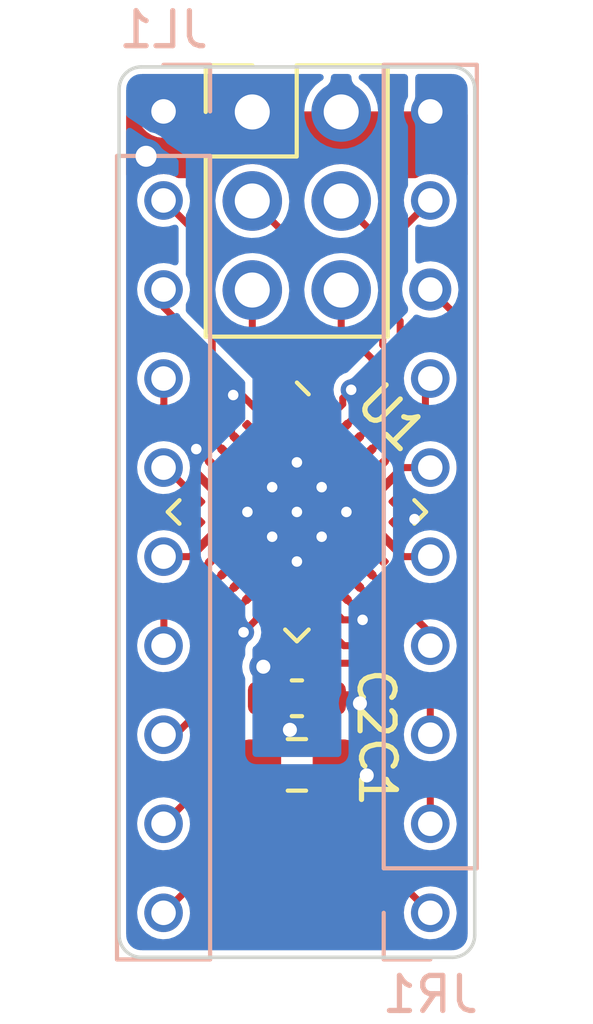
<source format=kicad_pcb>
(kicad_pcb (version 20211014) (generator pcbnew)
  (layers (0 "F.Cu" signal) (31 "B.Cu" signal) (34 "B.Paste" user) (35 "F.Paste" user) (36 "B.SilkS" user "B.Silkscreen") (37 "F.SilkS" user "F.Silkscreen") (38 "B.Mask" user) (39 "F.Mask" user) (44 "Edge.Cuts" user))
  (net 0 "")
  (net 1 "GND")
  (net 2 "VCC")
  (net 3 "/PIN25")
  (net 4 "/PIN8")
  (net 5 "/PIN9")
  (net 6 "/PIN23")
  (net 7 "/PIN26")
  (net 8 "/PIN10")
  (net 9 "/PIN11")
  (net 10 "/PIN12")
  (net 11 "/PIN13")
  (net 12 "/PIN14")
  (net 13 "/PIN16")
  (net 14 "/PIN17")
  (net 15 "/PIN20")
  (net 16 "/PIN21")
  (net 17 "/PIN27")
  (net 18 "/PIN28")
  (net 19 "/TDO")
  (net 20 "/TMS")
  (net 21 "/TDI")
  (net 22 "/TCK")
  (net 23 "/PIN4")
  (net 24 "/PIN5")
  (footprint "Package_DFN_QFN:QFN-32-1EP_5x5mm_P0.5mm_EP3.1x3.1mm_ThermalVias" (layer "F.Cu") (at 127 72.385 -45)
    (fp_text reference "U1" (at 0 -3.82 -45 unlocked) (layer "F.SilkS"))
    (fp_text value "MachXO2-1200" hide)
    (fp_line (start 2.61 2.61) (end 2.61 2.135) (layer "F.SilkS") (width 0.12))
    (fp_line (start -2.135 -2.61) (end -2.61 -2.61) (layer "F.SilkS") (width 0.12))
    (fp_line (start -2.135 2.61) (end -2.61 2.61) (layer "F.SilkS") (width 0.12))
    (fp_line (start 2.61 -2.61) (end 2.61 -2.135) (layer "F.SilkS") (width 0.12))
    (fp_line (start 2.135 2.61) (end 2.61 2.61) (layer "F.SilkS") (width 0.12))
    (fp_line (start -2.61 2.61) (end -2.61 2.135) (layer "F.SilkS") (width 0.12))
    (fp_line (start 2.135 -2.61) (end 2.61 -2.61) (layer "F.SilkS") (width 0.12))
    (pad "1" smd roundrect (at -2.4375 -1.75 315) (size 0.875 0.25) (layers "F.Cu" "F.Paste" "F.Mask") (net 19 "/TDO"))
    (pad "2" smd roundrect (at -2.4375 -1.25 315) (size 0.875 0.25) (layers "F.Cu" "F.Paste" "F.Mask") (net 2 "VCC"))
    (pad "3" smd roundrect (at -2.4375 -0.75 315) (size 0.875 0.25) (layers "F.Cu" "F.Paste" "F.Mask") (net 1 "GND"))
    (pad "4" smd roundrect (at -2.4375 -0.25 315) (size 0.875 0.25) (layers "F.Cu" "F.Paste" "F.Mask") (net 23 "/PIN4"))
    (pad "5" smd roundrect (at -2.4375 0.25 315) (size 0.875 0.25) (layers "F.Cu" "F.Paste" "F.Mask") (net 24 "/PIN5"))
    (pad "6" smd roundrect (at -2.4375 0.75 315) (size 0.875 0.25) (layers "F.Cu" "F.Paste" "F.Mask") (net 2 "VCC"))
    (pad "7" smd roundrect (at -2.4375 1.25 315) (size 0.875 0.25) (layers "F.Cu" "F.Paste" "F.Mask") (net 2 "VCC"))
    (pad "8" smd roundrect (at -2.4375 1.75 315) (size 0.8 0.25) (layers "F.Cu" "F.Paste" "F.Mask") (net 4 "/PIN8"))
    (pad "9" smd roundrect (at -1.75 2.4375 315) (size 0.25 0.8) (layers "F.Cu" "F.Paste" "F.Mask") (net 5 "/PIN9"))
    (pad "10" smd roundrect (at -1.25 2.4375 315) (size 0.25 0.875) (layers "F.Cu" "F.Paste" "F.Mask") (net 8 "/PIN10"))
    (pad "11" smd roundrect (at -0.75 2.4375 315) (size 0.25 0.875) (layers "F.Cu" "F.Paste" "F.Mask") (net 9 "/PIN11"))
    (pad "12" smd roundrect (at -0.25 2.4375 315) (size 0.25 0.875) (layers "F.Cu" "F.Paste" "F.Mask") (net 10 "/PIN12"))
    (pad "13" smd roundrect (at 0.25 2.4375 315) (size 0.25 0.875) (layers "F.Cu" "F.Paste" "F.Mask") (net 11 "/PIN13"))
    (pad "14" smd roundrect (at 0.75 2.4375 315) (size 0.25 0.875) (layers "F.Cu" "F.Paste" "F.Mask") (net 12 "/PIN14"))
    (pad "15" smd roundrect (at 1.25 2.4375 315) (size 0.25 0.875) (layers "F.Cu" "F.Paste" "F.Mask") (net 2 "VCC"))
    (pad "16" smd roundrect (at 1.75 2.4375 315) (size 0.25 0.875) (layers "F.Cu" "F.Paste" "F.Mask") (net 13 "/PIN16"))
    (pad "17" smd roundrect (at 2.4375 1.75 315) (size 0.875 0.25) (layers "F.Cu" "F.Paste" "F.Mask") (net 14 "/PIN17"))
    (pad "18" smd roundrect (at 2.4375 1.25 315) (size 0.875 0.25) (layers "F.Cu" "F.Paste" "F.Mask") (net 2 "VCC"))
    (pad "19" smd roundrect (at 2.4375 0.75 315) (size 0.875 0.25) (layers "F.Cu" "F.Paste" "F.Mask") (net 2 "VCC"))
    (pad "20" smd roundrect (at 2.4375 0.25 315) (size 0.875 0.25) (layers "F.Cu" "F.Paste" "F.Mask") (net 15 "/PIN20"))
    (pad "21" smd roundrect (at 2.4375 -0.25 315) (size 0.875 0.25) (layers "F.Cu" "F.Paste" "F.Mask") (net 16 "/PIN21"))
    (pad "22" smd roundrect (at 2.4375 -0.75 315) (size 0.875 0.25) (layers "F.Cu" "F.Paste" "F.Mask") (net 1 "GND"))
    (pad "23" smd roundrect (at 2.4375 -1.25 315) (size 0.875 0.25) (layers "F.Cu" "F.Paste" "F.Mask") (net 6 "/PIN23"))
    (pad "24" smd roundrect (at 2.4375 -1.75 315) (size 0.8 0.25) (layers "F.Cu" "F.Paste" "F.Mask") (net 2 "VCC"))
    (pad "25" smd roundrect (at 1.75 -2.4375 315) (size 0.25 0.8) (layers "F.Cu" "F.Paste" "F.Mask") (net 3 "/PIN25"))
    (pad "26" smd roundrect (at 1.25 -2.4375 315) (size 0.25 0.875) (layers "F.Cu" "F.Paste" "F.Mask") (net 7 "/PIN26"))
    (pad "27" smd roundrect (at 0.75 -2.4375 315) (size 0.25 0.875) (layers "F.Cu" "F.Paste" "F.Mask") (net 17 "/PIN27"))
    (pad "28" smd roundrect (at 0.25 -2.4375 315) (size 0.25 0.875) (layers "F.Cu" "F.Paste" "F.Mask") (net 18 "/PIN28"))
    (pad "29" smd roundrect (at -0.25 -2.4375 315) (size 0.25 0.875) (layers "F.Cu" "F.Paste" "F.Mask") (net 20 "/TMS"))
    (pad "30" smd roundrect (at -0.75 -2.4375 315) (size 0.25 0.875) (layers "F.Cu" "F.Paste" "F.Mask") (net 22 "/TCK"))
    (pad "31" smd roundrect (at -1.25 -2.4375 315) (size 0.25 0.875) (layers "F.Cu" "F.Paste" "F.Mask") (net 2 "VCC"))
    (pad "32" smd roundrect (at -1.75 -2.4375 315) (size 0.25 0.875) (layers "F.Cu" "F.Paste" "F.Mask") (net 21 "/TDI"))
    (pad "33" thru_hole circle (at -1 -1 315) (size 0.6 0.6) (drill 0.3) (layers *.Cu) (net 1 "GND"))
    (pad "33" thru_hole circle (at 1 -1 315) (size 0.6 0.6) (drill 0.3) (layers *.Cu) (net 1 "GND"))
    (pad "33" smd rect (at 0 0 315) (size 2.5 2.5) (layers "B.Cu") (net 1 "GND"))
    (pad "33" thru_hole circle (at 0 0 315) (size 0.6 0.6) (drill 0.3) (layers *.Cu) (net 1 "GND"))
    (pad "33" thru_hole circle (at -1 1 315) (size 0.6 0.6) (drill 0.3) (layers *.Cu) (net 1 "GND"))
    (pad "33" thru_hole circle (at 1 1 315) (size 0.6 0.6) (drill 0.3) (layers *.Cu) (net 1 "GND"))
    (pad "33" thru_hole circle (at -1 0 315) (size 0.6 0.6) (drill 0.3) (layers *.Cu) (net 1 "GND"))
    (pad "33" smd rect (at 0 0 315) (size 3.1 3.1) (layers "F.Cu" "F.Mask") (net 1 "GND"))
    (pad "33" thru_hole circle (at 0 -1 315) (size 0.6 0.6) (drill 0.3) (layers *.Cu) (net 1 "GND"))
    (pad "33" thru_hole circle (at 1 0 315) (size 0.6 0.6) (drill 0.3) (layers *.Cu) (net 1 "GND"))
    (pad "33" thru_hole circle (at 0 1 315) (size 0.6 0.6) (drill 0.3) (layers *.Cu) (net 1 "GND"))
  )
  (footprint "Capacitor_SMD:C_0805_2012Metric_Pad1.18x1.45mm_HandSolder" (layer "F.Cu") (at 127 79.6 180)
    (fp_text reference "C1" (at -2.3 -0.2 270 unlocked) (layer "F.SilkS"))
    (fp_text value "10uF")
    (fp_line (start -0.261252 -0.735) (end 0.261252 -0.735) (layer "F.SilkS") (width 0.12))
    (fp_line (start -0.261252 0.735) (end 0.261252 0.735) (layer "F.SilkS") (width 0.12))
    (pad "1" smd roundrect (at -1.0375 0 180) (size 1.175 1.45) (layers "F.Cu" "F.Paste" "F.Mask") (roundrect_rratio 0.212766) (net 2 "VCC"))
    (pad "2" smd roundrect (at 1.0375 0 180) (size 1.175 1.45) (layers "F.Cu" "F.Paste" "F.Mask") (roundrect_rratio 0.212766) (net 1 "GND"))
  )
  (footprint "Capacitor_SMD:C_0603_1608Metric_Pad1.08x0.95mm_HandSolder" (layer "F.Cu") (at 127 77.7 180)
    (fp_text reference "C2" (at -2.26 -0.14 270 unlocked) (layer "F.SilkS"))
    (fp_text value "100nF")
    (fp_line (start -0.146267 0.51) (end 0.146267 0.51) (layer "F.SilkS") (width 0.12))
    (fp_line (start -0.146267 -0.51) (end 0.146267 -0.51) (layer "F.SilkS") (width 0.12))
    (pad "1" smd roundrect (at -0.8625 0 180) (size 1.075 0.95) (layers "F.Cu" "F.Paste" "F.Mask") (net 2 "VCC"))
    (pad "2" smd roundrect (at 0.8625 0 180) (size 1.075 0.95) (layers "F.Cu" "F.Paste" "F.Mask") (net 1 "GND"))
  )
  (footprint "Connector_PinHeader_2.54mm:PinHeader_2x03_P2.54mm_Vertical" (layer "F.Cu") (at 125.725 60.975)
    (fp_text reference "J2" hide)
    (fp_text value "Conn_02x03_Odd_Even" hide)
    (fp_line (start 3.87 -1.33) (end 3.87 6.41) (layer "F.SilkS") (width 0.12))
    (fp_line (start 1.27 1.27) (end 1.27 -1.33) (layer "F.SilkS") (width 0.12))
    (fp_line (start -1.33 1.27) (end 1.27 1.27) (layer "F.SilkS") (width 0.12))
    (fp_line (start -1.33 0) (end -1.33 -1.33) (layer "F.SilkS") (width 0.12))
    (fp_line (start -1.33 1.27) (end -1.33 6.41) (layer "F.SilkS") (width 0.12))
    (fp_line (start 1.27 -1.33) (end 3.87 -1.33) (layer "F.SilkS") (width 0.12))
    (fp_line (start -1.33 -1.33) (end 0 -1.33) (layer "F.SilkS") (width 0.12))
    (fp_line (start -1.33 6.41) (end 3.87 6.41) (layer "F.SilkS") (width 0.12))
    (pad "1" thru_hole circle (at 0 0) (size 1.7 1.7) (drill 1) (layers *.Cu *.Mask) (net 1 "GND"))
    (pad "2" thru_hole oval (at 2.54 0) (size 1.7 1.7) (drill 1) (layers *.Cu *.Mask) (net 2 "VCC"))
    (pad "3" thru_hole oval (at 0 2.54) (size 1.7 1.7) (drill 1) (layers *.Cu *.Mask) (net 21 "/TDI"))
    (pad "4" thru_hole oval (at 2.54 2.54) (size 1.7 1.7) (drill 1) (layers *.Cu *.Mask) (net 20 "/TMS"))
    (pad "5" thru_hole oval (at 0 5.08) (size 1.7 1.7) (drill 1) (layers *.Cu *.Mask) (net 19 "/TDO"))
    (pad "6" thru_hole oval (at 2.54 5.08) (size 1.7 1.7) (drill 1) (layers *.Cu *.Mask) (net 22 "/TCK"))
  )
  (footprint "Connector_PinHeader_2.54mm:PinHeader_1x10_P2.54mm_Vertical" (layer "B.Cu") (at 123.19 60.96 180)
    (fp_text reference "JL1" (at 0 2.33) (layer "B.SilkS") (effects (justify mirror)))
    (fp_text value "Conn_01x10")
    (fp_line (start -1.33 -1.27) (end -1.33 -24.19) (layer "B.SilkS") (width 0.12))
    (fp_line (start -1.33 -1.27) (end 1.33 -1.27) (layer "B.SilkS") (width 0.12))
    (fp_line (start 1.33 -1.27) (end 1.33 -24.19) (layer "B.SilkS") (width 0.12))
    (fp_line (start -1.33 -24.19) (end 1.33 -24.19) (layer "B.SilkS") (width 0.12))
    (fp_line (start -1.33 0) (end -1.33 1.33) (layer "B.SilkS") (width 0.12))
    (fp_line (start -1.33 1.33) (end 0 1.33) (layer "B.SilkS") (width 0.12))
    (pad "1" thru_hole circle (at 0 0 180) (size 1.1 1.1) (drill 0.7) (layers *.Cu *.Mask) (net 1 "GND"))
    (pad "2" thru_hole circle (at 0 -2.54 180) (size 1.1 1.1) (drill 0.7) (layers *.Cu *.Mask) (net 23 "/PIN4"))
    (pad "3" thru_hole circle (at 0 -5.08 180) (size 1.1 1.1) (drill 0.7) (layers *.Cu *.Mask) (net 24 "/PIN5"))
    (pad "4" thru_hole circle (at 0 -7.62 180) (size 1.1 1.1) (drill 0.7) (layers *.Cu *.Mask) (net 5 "/PIN9"))
    (pad "5" thru_hole circle (at 0 -10.16 180) (size 1.1 1.1) (drill 0.7) (layers *.Cu *.Mask) (net 4 "/PIN8"))
    (pad "6" thru_hole circle (at 0 -12.7 180) (size 1.1 1.1) (drill 0.7) (layers *.Cu *.Mask) (net 8 "/PIN10"))
    (pad "7" thru_hole circle (at 0 -15.24 180) (size 1.1 1.1) (drill 0.7) (layers *.Cu *.Mask) (net 9 "/PIN11"))
    (pad "8" thru_hole circle (at 0 -17.78 180) (size 1.1 1.1) (drill 0.7) (layers *.Cu *.Mask) (net 10 "/PIN12"))
    (pad "9" thru_hole circle (at 0 -20.32 180) (size 1.1 1.1) (drill 0.7) (layers *.Cu *.Mask) (net 11 "/PIN13"))
    (pad "10" thru_hole circle (at 0 -22.86 180) (size 1.1 1.1) (drill 0.7) (layers *.Cu *.Mask) (net 12 "/PIN14"))
  )
  (footprint "Connector_PinHeader_2.54mm:PinHeader_1x10_P2.54mm_Vertical" (layer "B.Cu") (at 130.81 83.82)
    (fp_text reference "JR1" (at 0 2.33) (layer "B.SilkS") (effects (justify mirror)))
    (fp_text value "Conn_01x10")
    (fp_line (start 1.33 -1.27) (end 1.33 -24.19) (layer "B.SilkS") (width 0.12))
    (fp_line (start -1.33 -24.19) (end 1.33 -24.19) (layer "B.SilkS") (width 0.12))
    (fp_line (start -1.33 0) (end -1.33 1.33) (layer "B.SilkS") (width 0.12))
    (fp_line (start -1.33 1.33) (end 0 1.33) (layer "B.SilkS") (width 0.12))
    (fp_line (start -1.33 -1.27) (end 1.33 -1.27) (layer "B.SilkS") (width 0.12))
    (fp_line (start -1.33 -1.27) (end -1.33 -24.19) (layer "B.SilkS") (width 0.12))
    (pad "1" thru_hole circle (at 0 0) (size 1.1 1.1) (drill 0.7) (layers *.Cu *.Mask) (net 13 "/PIN16"))
    (pad "2" thru_hole circle (at 0 -2.54) (size 1.1 1.1) (drill 0.7) (layers *.Cu *.Mask) (net 14 "/PIN17"))
    (pad "3" thru_hole circle (at 0 -5.08) (size 1.1 1.1) (drill 0.7) (layers *.Cu *.Mask) (net 15 "/PIN20"))
    (pad "4" thru_hole circle (at 0 -7.62) (size 1.1 1.1) (drill 0.7) (layers *.Cu *.Mask) (net 16 "/PIN21"))
    (pad "5" thru_hole circle (at 0 -10.16) (size 1.1 1.1) (drill 0.7) (layers *.Cu *.Mask) (net 6 "/PIN23"))
    (pad "6" thru_hole circle (at 0 -12.7) (size 1.1 1.1) (drill 0.7) (layers *.Cu *.Mask) (net 7 "/PIN26"))
    (pad "7" thru_hole circle (at 0 -15.24) (size 1.1 1.1) (drill 0.7) (layers *.Cu *.Mask) (net 17 "/PIN27"))
    (pad "8" thru_hole circle (at 0 -17.78) (size 1.2 1.2) (drill 0.7) (layers *.Cu *.Mask) (net 3 "/PIN25"))
    (pad "9" thru_hole circle (at 0 -20.32) (size 1.1 1.1) (drill 0.7) (layers *.Cu *.Mask) (net 18 "/PIN28"))
    (pad "10" thru_hole circle (at 0 -22.86) (size 1.1 1.1) (drill 0.7) (layers *.Cu *.Mask) (net 2 "VCC"))
  )
  (gr_line (start 121.92 84.455) (end 121.92 60.325) (layer "Edge.Cuts") (width 0.1))
  (gr_arc (start 131.445 59.69) (mid 131.894013 59.875987) (end 132.08 60.325) (layer "Edge.Cuts") (width 0.1))
  (gr_line (start 122.555 59.69) (end 131.445 59.69) (layer "Edge.Cuts") (width 0.1))
  (gr_line (start 131.445 85.09) (end 122.555 85.09) (layer "Edge.Cuts") (width 0.1))
  (gr_line (start 132.08 60.325) (end 132.08 84.455) (layer "Edge.Cuts") (width 0.1))
  (gr_arc (start 121.92 60.325) (mid 122.105987 59.875987) (end 122.555 59.69) (layer "Edge.Cuts") (width 0.1))
  (gr_arc (start 122.555 85.09) (mid 122.105987 84.904013) (end 121.92 84.455) (layer "Edge.Cuts") (width 0.1))
  (gr_arc (start 132.08 84.455) (mid 131.894013 84.904013) (end 131.445 85.09) (layer "Edge.Cuts") (width 0.1))
  (segment (start 125.9625 79.4375) (end 126.8 78.6) (width 0.4) (layer "F.Cu") (net 1))
  (segment (start 125.9625 79.6) (end 125.9625 79.4375) (width 0.4) (layer "F.Cu") (net 1))
  (segment (start 126.646446 70.970786) (end 127 70.970786) (width 0.2) (layer "F.Cu") (net 1))
  (segment (start 126.1375 76.897) (end 126.0405 76.8) (width 0.2) (layer "F.Cu") (net 1))
  (segment (start 126.1375 77.7) (end 126.1375 76.897) (width 0.2) (layer "F.Cu") (net 1))
  (segment (start 128.414214 72.385) (end 128.414214 72.738554) (width 0.2) (layer "F.Cu") (net 1))
  (segment (start 128.414214 72.738554) (end 129.253903 73.578243) (width 0.2) (layer "F.Cu") (net 1))
  (segment (start 125.806757 70.131097) (end 126.646446 70.970786) (width 0.2) (layer "F.Cu") (net 1))
  (via (at 126.0405 76.8) (size 0.8) (drill 0.4) (layers "F.Cu" "B.Cu") (net 1))
  (via (at 126.8 78.6) (size 0.8) (drill 0.4) (layers "F.Cu" "B.Cu") (net 1))
  (segment (start 128.876813 75.326813) (end 128.193243 74.643243) (width 0.2) (layer "F.Cu") (net 2))
  (segment (start 128.5505 68.901089) (end 128.31 69.141589) (width 0.2) (layer "F.Cu") (net 2))
  (segment (start 124.12462 70.591654) (end 124.12462 71.277387) (width 0.2) (layer "F.Cu") (net 2))
  (segment (start 128.876813 75.463188) (end 128.310421 75.463188) (width 0.2) (layer "F.Cu") (net 2))
  (segment (start 127.842456 69.777544) (end 127.839689 69.777544) (width 0.2) (layer "F.Cu") (net 2))
  (segment (start 125.432767 69.05) (end 126.160311 69.777544) (width 0.2) (layer "F.Cu") (net 2))
  (segment (start 124.145994 70.591654) (end 124.746097 71.191757) (width 0.2) (layer "F.Cu") (net 2))
  (segment (start 130.36 72.5895) (end 130.078364 72.871136) (width 0.2) (layer "F.Cu") (net 2))
  (segment (start 127.8625 77.7) (end 128.655878 77.7) (width 0.4) (layer "F.Cu") (net 2))
  (segment (start 126.157544 74.992456) (end 126.160311 74.992456) (width 0.2) (layer "F.Cu") (net 2))
  (segment (start 130.078364 72.871136) (end 129.96101 72.871136) (width 0.2) (layer "F.Cu") (net 2))
  (segment (start 128.31 69.31) (end 127.842456 69.777544) (width 0.2) (layer "F.Cu") (net 2))
  (segment (start 128.876813 75.463188) (end 128.876813 75.326813) (width 0.2) (layer "F.Cu") (net 2))
  (segment (start 128.31 69.141589) (end 128.31 69.31) (width 0.2) (layer "F.Cu") (net 2))
  (segment (start 128.655878 77.7) (end 128.8005 77.844622) (width 0.4) (layer "F.Cu") (net 2))
  (segment (start 128.310421 75.463188) (end 127.839689 74.992456) (width 0.2) (layer "F.Cu") (net 2))
  (segment (start 124.12462 71.277387) (end 124.392544 71.545311) (width 0.2) (layer "F.Cu") (net 2))
  (segment (start 124.12462 70.591654) (end 124.145994 70.591654) (width 0.2) (layer "F.Cu") (net 2))
  (segment (start 125.842006 75.307994) (end 126.157544 74.992456) (width 0.2) (layer "F.Cu") (net 2))
  (segment (start 125.842006 75.451476) (end 125.842006 75.307994) (width 0.2) (layer "F.Cu") (net 2))
  (segment (start 125.18 69.05) (end 125.432767 69.05) (width 0.2) (layer "F.Cu") (net 2))
  (segment (start 128.0375 79.6) (end 128.6955 79.6) (width 0.4) (layer "F.Cu") (net 2))
  (segment (start 128.6955 79.6) (end 128.9955 79.9) (width 0.4) (layer "F.Cu") (net 2))
  (segment (start 125.476741 75.816741) (end 125.842006 75.451476) (width 0.2) (layer "F.Cu") (net 2))
  (segment (start 128.193243 74.643243) (end 128.193243 74.638903) (width 0.2) (layer "F.Cu") (net 2))
  (via (at 128.9955 79.9) (size 0.8) (drill 0.4) (layers "F.Cu" "B.Cu") (net 2))
  (via (at 125.18 69.05) (size 0.6) (drill 0.3) (layers "F.Cu" "B.Cu") (net 2))
  (via (at 122.69 62.24) (size 1) (drill 0.6) (layers "F.Cu" "B.Cu") (net 2))
  (via (at 125.476741 75.816741) (size 0.6) (drill 0.3) (layers "F.Cu" "B.Cu") (net 2))
  (via (at 124.12462 70.591654) (size 0.6) (drill 0.3) (layers "F.Cu" "B.Cu") (net 2))
  (via (at 128.8005 77.844622) (size 0.8) (drill 0.4) (layers "F.Cu" "B.Cu") (net 2))
  (via (at 130.36 72.5895) (size 0.6) (drill 0.3) (layers "F.Cu" "B.Cu") (net 2))
  (via (at 128.876813 75.463188) (size 0.6) (drill 0.3) (layers "F.Cu" "B.Cu") (net 2))
  (via (at 128.5505 68.901089) (size 0.6) (drill 0.3) (layers "F.Cu" "B.Cu") (net 2))
  (segment (start 131.66 71.57) (end 131.66 66.89) (width 0.2) (layer "F.Cu") (net 3))
  (segment (start 130.052146 71.99) (end 131.24 71.99) (width 0.2) (layer "F.Cu") (net 3))
  (segment (start 131.24 71.99) (end 131.66 71.57) (width 0.2) (layer "F.Cu") (net 3))
  (segment (start 131.66 66.89) (end 130.81 66.04) (width 0.2) (layer "F.Cu") (net 3))
  (segment (start 129.96101 71.898864) (end 130.052146 71.99) (width 0.2) (layer "F.Cu") (net 3))
  (segment (start 123.19 71.12) (end 123.260126 71.12) (width 0.2) (layer "F.Cu") (net 4))
  (segment (start 123.260126 71.12) (end 124.03899 71.898864) (width 0.2) (layer "F.Cu") (net 4))
  (segment (start 122.87 72.24) (end 123.407854 72.24) (width 0.2) (layer "F.Cu") (net 5))
  (segment (start 123.2 69.34) (end 122.31 70.23) (width 0.2) (layer "F.Cu") (net 5))
  (segment (start 123.407854 72.24) (end 124.03899 72.871136) (width 0.2) (layer "F.Cu") (net 5))
  (segment (start 123.2 68.58) (end 123.2 69.34) (width 0.2) (layer "F.Cu") (net 5))
  (segment (start 122.31 70.23) (end 122.31 71.68) (width 0.2) (layer "F.Cu") (net 5))
  (segment (start 122.31 71.68) (end 122.87 72.24) (width 0.2) (layer "F.Cu") (net 5))
  (segment (start 130.82 73.66) (end 130.042767 73.66) (width 0.2) (layer "F.Cu") (net 6))
  (segment (start 130.042767 73.66) (end 129.607456 73.224689) (width 0.2) (layer "F.Cu") (net 6))
  (segment (start 130.032767 71.12) (end 129.607456 71.545311) (width 0.2) (layer "F.Cu") (net 7))
  (segment (start 130.81 71.12) (end 130.032767 71.12) (width 0.2) (layer "F.Cu") (net 7))
  (segment (start 123.957233 73.66) (end 124.392544 73.224689) (width 0.2) (layer "F.Cu") (net 8))
  (segment (start 123.2 73.66) (end 123.957233 73.66) (width 0.2) (layer "F.Cu") (net 8))
  (segment (start 123.2 75.12434) (end 124.746097 73.578243) (width 0.2) (layer "F.Cu") (net 9))
  (segment (start 123.2 76.2) (end 123.2 75.12434) (width 0.2) (layer "F.Cu") (net 9))
  (segment (start 123.53 78.74) (end 124.06 78.21) (width 0.2) (layer "F.Cu") (net 10))
  (segment (start 124.06 78.21) (end 124.06 74.971447) (width 0.2) (layer "F.Cu") (net 10))
  (segment (start 124.06 74.971447) (end 125.099651 73.931796) (width 0.2) (layer "F.Cu") (net 10))
  (segment (start 123.2 78.74) (end 123.53 78.74) (width 0.2) (layer "F.Cu") (net 10))
  (segment (start 124.46 75.278553) (end 125.453204 74.285349) (width 0.2) (layer "F.Cu") (net 11))
  (segment (start 123.2 81.28) (end 124.46 80.02) (width 0.2) (layer "F.Cu") (net 11))
  (segment (start 124.46 80.02) (end 124.46 75.278553) (width 0.2) (layer "F.Cu") (net 11))
  (segment (start 124.86 75.58566) (end 125.806757 74.638903) (width 0.2) (layer "F.Cu") (net 12))
  (segment (start 124.86 82.16) (end 124.86 75.58566) (width 0.2) (layer "F.Cu") (net 12))
  (segment (start 123.2 83.82) (end 124.86 82.16) (width 0.2) (layer "F.Cu") (net 12))
  (segment (start 127.167854 76) (end 127.5 76) (width 0.2) (layer "F.Cu") (net 13))
  (segment (start 129.695 79.595) (end 129.695 82.705) (width 0.2) (layer "F.Cu") (net 13))
  (segment (start 129.5 77.5) (end 129.5 79.4) (width 0.2) (layer "F.Cu") (net 13))
  (segment (start 129.695 82.705) (end 130.81 83.82) (width 0.2) (layer "F.Cu") (net 13))
  (segment (start 126.513864 75.34601) (end 127.167854 76) (width 0.2) (layer "F.Cu") (net 13))
  (segment (start 127.5 76) (end 128.2 76.7) (width 0.2) (layer "F.Cu") (net 13))
  (segment (start 128.2 76.7) (end 128.7 76.7) (width 0.2) (layer "F.Cu") (net 13))
  (segment (start 129.5 79.4) (end 129.695 79.595) (width 0.2) (layer "F.Cu") (net 13))
  (segment (start 128.7 76.7) (end 129.5 77.5) (width 0.2) (layer "F.Cu") (net 13))
  (segment (start 128.340126 76.2) (end 128.9 76.2) (width 0.2) (layer "F.Cu") (net 14))
  (segment (start 129.9 79.15) (end 130.81 80.06) (width 0.2) (layer "F.Cu") (net 14))
  (segment (start 129.9 77.2) (end 129.9 79.15) (width 0.2) (layer "F.Cu") (net 14))
  (segment (start 130.81 80.06) (end 130.81 81.28) (width 0.2) (layer "F.Cu") (net 14))
  (segment (start 128.9 76.2) (end 129.9 77.2) (width 0.2) (layer "F.Cu") (net 14))
  (segment (start 127.486136 75.34601) (end 128.340126 76.2) (width 0.2) (layer "F.Cu") (net 14))
  (segment (start 129.7 75.438553) (end 128.546796 74.285349) (width 0.2) (layer "F.Cu") (net 15))
  (segment (start 129.7 76.4) (end 129.7 75.438553) (width 0.2) (layer "F.Cu") (net 15))
  (segment (start 130.81 77.51) (end 129.7 76.4) (width 0.2) (layer "F.Cu") (net 15))
  (segment (start 130.81 78.74) (end 130.81 77.51) (width 0.2) (layer "F.Cu") (net 15))
  (segment (start 130.82 75.851447) (end 128.900349 73.931796) (width 0.2) (layer "F.Cu") (net 16))
  (segment (start 130.82 76.2) (end 130.82 75.851447) (width 0.2) (layer "F.Cu") (net 16))
  (segment (start 130.671 69.77466) (end 130.671 68.719) (width 0.2) (layer "F.Cu") (net 17))
  (segment (start 129.253903 71.191757) (end 130.671 69.77466) (width 0.2) (layer "F.Cu") (net 17))
  (segment (start 130.671 68.719) (end 130.81 68.58) (width 0.2) (layer "F.Cu") (net 17))
  (segment (start 129.95 66.94) (end 129.86 66.85) (width 0.2) (layer "F.Cu") (net 18))
  (segment (start 129.86 66.85) (end 129.86 64.46) (width 0.2) (layer "F.Cu") (net 18))
  (segment (start 129.86 64.46) (end 130.82 63.5) (width 0.2) (layer "F.Cu") (net 18))
  (segment (start 128.901796 70.838204) (end 129.95 69.79) (width 0.2) (layer "F.Cu") (net 18))
  (segment (start 128.900349 70.838204) (end 128.901796 70.838204) (width 0.2) (layer "F.Cu") (net 18))
  (segment (start 129.95 69.79) (end 129.95 66.94) (width 0.2) (layer "F.Cu") (net 18))
  (segment (start 125.725 66.055) (end 125.725 67.145) (width 0.2) (layer "F.Cu") (net 19))
  (segment (start 126.099937 69.010063) (end 126.513864 69.42399) (width 0.2) (layer "F.Cu") (net 19))
  (segment (start 126.099937 69.010063) (end 126.099937 67.519937) (width 0.2) (layer "F.Cu") (net 19))
  (segment (start 126.099937 67.519937) (end 125.725 67.145) (width 0.2) (layer "F.Cu") (net 19))
  (segment (start 129.55 67.72) (end 129.45 67.62) (width 0.2) (layer "F.Cu") (net 20))
  (segment (start 128.546796 70.483204) (end 129.55 69.48) (width 0.2) (layer "F.Cu") (net 20))
  (segment (start 129.45 67.62) (end 129.45 64.7) (width 0.2) (layer "F.Cu") (net 20))
  (segment (start 129.45 64.7) (end 128.265 63.515) (width 0.2) (layer "F.Cu") (net 20))
  (segment (start 128.546796 70.484651) (end 128.546796 70.483204) (width 0.2) (layer "F.Cu") (net 20))
  (segment (start 129.55 69.48) (end 129.55 67.72) (width 0.2) (layer "F.Cu") (net 20))
  (segment (start 126.99 68.927854) (end 126.99 64.78) (width 0.2) (layer "F.Cu") (net 21))
  (segment (start 127.486136 69.42399) (end 126.99 68.927854) (width 0.2) (layer "F.Cu") (net 21))
  (segment (start 126.99 64.78) (end 125.725 63.515) (width 0.2) (layer "F.Cu") (net 21))
  (segment (start 128.265 66.055) (end 128.265 67.135) (width 0.2) (layer "F.Cu") (net 22))
  (segment (start 129.15 69.17) (end 128.193243 70.126757) (width 0.2) (layer "F.Cu") (net 22))
  (segment (start 128.193243 70.126757) (end 128.193243 70.131097) (width 0.2) (layer "F.Cu") (net 22))
  (segment (start 128.265 67.135) (end 129.15 68.02) (width 0.2) (layer "F.Cu") (net 22))
  (segment (start 129.15 68.02) (end 129.15 69.17) (width 0.2) (layer "F.Cu") (net 22))
  (segment (start 123.2 63.5) (end 124.22 64.52) (width 0.2) (layer "F.Cu") (net 23))
  (segment (start 124.22 66.61) (end 124.58 66.97) (width 0.2) (layer "F.Cu") (net 23))
  (segment (start 124.58 66.97) (end 124.58 69.484314) (width 0.2) (layer "F.Cu") (net 23))
  (segment (start 125.134899 70.166346) (end 125.453204 70.484651) (width 0.2) (layer "F.Cu") (net 23))
  (segment (start 124.22 64.52) (end 124.22 66.61) (width 0.2) (layer "F.Cu") (net 23))
  (segment (start 124.58 69.484314) (end 125.134899 70.039213) (width 0.2) (layer "F.Cu") (net 23))
  (segment (start 125.134899 70.039213) (end 125.134899 70.166346) (width 0.2) (layer "F.Cu") (net 23))
  (segment (start 124.12 69.59) (end 124.12 67.47) (width 0.2) (layer "F.Cu") (net 24))
  (segment (start 124.705723 70.444276) (end 124.705723 70.175723) (width 0.2) (layer "F.Cu") (net 24))
  (segment (start 123.2 66.55) (end 123.2 66.04) (width 0.2) (layer "F.Cu") (net 24))
  (segment (start 125.099651 70.838204) (end 124.705723 70.444276) (width 0.2) (layer "F.Cu") (net 24))
  (segment (start 124.12 67.47) (end 123.2 66.55) (width 0.2) (layer "F.Cu") (net 24))
  (segment (start 124.705723 70.175723) (end 124.12 69.59) (width 0.2) (layer "F.Cu") (net 24))
  (zone (net 2) (net_name "VCC") (layer "F.Cu") (priority 1) (connect_pads yes (clearance 0.2)) (min_thickness 0.2) (fill yes (thermal_gap 0.3) (thermal_bridge_width 0.5))
    (polygon (pts (xy 132.08 62.865) (xy 121.92 62.865) (xy 121.92 60.96) (xy 132.08 60.96)))
  )
  (zone (net 1) (net_name "GND") (layer "B.Cu") (priority 1) (connect_pads yes (clearance 0.2)) (min_thickness 0.2) (fill yes (thermal_gap 0.3) (thermal_bridge_width 0.5))
    (polygon (pts (xy 130.175 66.675) (xy 128.27 68.58) (xy 128.27 69.85) (xy 129.54 71.12) (xy 129.54 73.66) (xy 128.27 74.93) (xy 128.27 79.375) (xy 125.73 79.375) (xy 125.73 74.93) (xy 124.46 73.66) (xy 124.46 71.12) (xy 125.73 69.85) (xy 125.73 68.58) (xy 123.825 66.675) (xy 123.825 62.23) (xy 121.92 60.96) (xy 121.92 59.69) (xy 127 59.69) (xy 130.175 59.69)))
  )
  (zone (net 2) (net_name "VCC") (layer "B.Cu") (connect_pads yes (clearance 0.2)) (min_thickness 0.2) (fill yes (thermal_gap 0.3) (thermal_bridge_width 0.5))
    (polygon (pts (xy 132.08 85.09) (xy 121.92 85.09) (xy 121.92 59.69) (xy 132.08 59.69)))
  )
)
</source>
